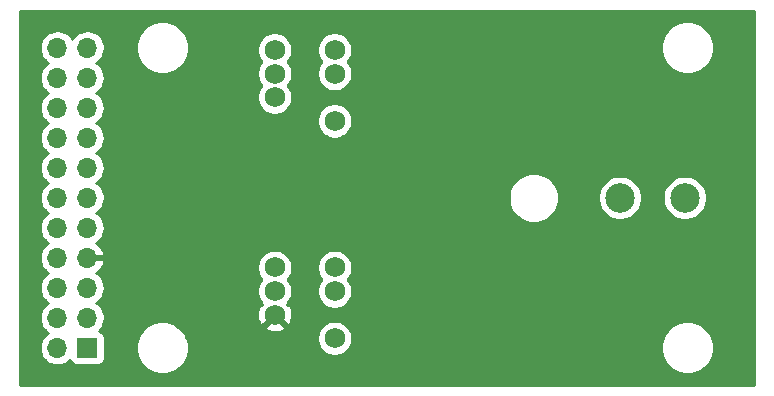
<source format=gbr>
G04 #@! TF.GenerationSoftware,KiCad,Pcbnew,(5.1.2)-1*
G04 #@! TF.CreationDate,2019-11-05T15:10:58-06:00*
G04 #@! TF.ProjectId,power_supply_board,706f7765-725f-4737-9570-706c795f626f,rev?*
G04 #@! TF.SameCoordinates,Original*
G04 #@! TF.FileFunction,Copper,L3,Inr*
G04 #@! TF.FilePolarity,Positive*
%FSLAX46Y46*%
G04 Gerber Fmt 4.6, Leading zero omitted, Abs format (unit mm)*
G04 Created by KiCad (PCBNEW (5.1.2)-1) date 2019-11-05 15:10:58*
%MOMM*%
%LPD*%
G04 APERTURE LIST*
%ADD10O,1.700000X1.700000*%
%ADD11R,1.700000X1.700000*%
%ADD12C,2.500000*%
%ADD13C,1.730000*%
%ADD14C,0.254000*%
G04 APERTURE END LIST*
D10*
X128270000Y-102870000D03*
X130810000Y-102870000D03*
X128270000Y-105410000D03*
X130810000Y-105410000D03*
X128270000Y-107950000D03*
X130810000Y-107950000D03*
X128270000Y-110490000D03*
X130810000Y-110490000D03*
X128270000Y-113030000D03*
X130810000Y-113030000D03*
X128270000Y-115570000D03*
X130810000Y-115570000D03*
X128270000Y-118110000D03*
X130810000Y-118110000D03*
X128270000Y-120650000D03*
X130810000Y-120650000D03*
X128270000Y-123190000D03*
X130810000Y-123190000D03*
X128270000Y-125730000D03*
X130810000Y-125730000D03*
X128270000Y-128270000D03*
D11*
X130810000Y-128270000D03*
D12*
X175920000Y-115570000D03*
X181420000Y-115570000D03*
D13*
X151760000Y-121460000D03*
X151760000Y-123460000D03*
X151760000Y-127460000D03*
X146690000Y-125460000D03*
X146690000Y-121460000D03*
X146690000Y-123460000D03*
X146690000Y-105045000D03*
X146690000Y-103045000D03*
X146690000Y-107045000D03*
X151760000Y-109045000D03*
X151760000Y-105045000D03*
X151760000Y-103045000D03*
D14*
G36*
X187300000Y-131420000D02*
G01*
X125120000Y-131420000D01*
X125120000Y-102870000D01*
X126777815Y-102870000D01*
X126806487Y-103161111D01*
X126891401Y-103441034D01*
X127029294Y-103699014D01*
X127214866Y-103925134D01*
X127440986Y-104110706D01*
X127495791Y-104140000D01*
X127440986Y-104169294D01*
X127214866Y-104354866D01*
X127029294Y-104580986D01*
X126891401Y-104838966D01*
X126806487Y-105118889D01*
X126777815Y-105410000D01*
X126806487Y-105701111D01*
X126891401Y-105981034D01*
X127029294Y-106239014D01*
X127214866Y-106465134D01*
X127440986Y-106650706D01*
X127495791Y-106680000D01*
X127440986Y-106709294D01*
X127214866Y-106894866D01*
X127029294Y-107120986D01*
X126891401Y-107378966D01*
X126806487Y-107658889D01*
X126777815Y-107950000D01*
X126806487Y-108241111D01*
X126891401Y-108521034D01*
X127029294Y-108779014D01*
X127214866Y-109005134D01*
X127440986Y-109190706D01*
X127495791Y-109220000D01*
X127440986Y-109249294D01*
X127214866Y-109434866D01*
X127029294Y-109660986D01*
X126891401Y-109918966D01*
X126806487Y-110198889D01*
X126777815Y-110490000D01*
X126806487Y-110781111D01*
X126891401Y-111061034D01*
X127029294Y-111319014D01*
X127214866Y-111545134D01*
X127440986Y-111730706D01*
X127495791Y-111760000D01*
X127440986Y-111789294D01*
X127214866Y-111974866D01*
X127029294Y-112200986D01*
X126891401Y-112458966D01*
X126806487Y-112738889D01*
X126777815Y-113030000D01*
X126806487Y-113321111D01*
X126891401Y-113601034D01*
X127029294Y-113859014D01*
X127214866Y-114085134D01*
X127440986Y-114270706D01*
X127495791Y-114300000D01*
X127440986Y-114329294D01*
X127214866Y-114514866D01*
X127029294Y-114740986D01*
X126891401Y-114998966D01*
X126806487Y-115278889D01*
X126777815Y-115570000D01*
X126806487Y-115861111D01*
X126891401Y-116141034D01*
X127029294Y-116399014D01*
X127214866Y-116625134D01*
X127440986Y-116810706D01*
X127495791Y-116840000D01*
X127440986Y-116869294D01*
X127214866Y-117054866D01*
X127029294Y-117280986D01*
X126891401Y-117538966D01*
X126806487Y-117818889D01*
X126777815Y-118110000D01*
X126806487Y-118401111D01*
X126891401Y-118681034D01*
X127029294Y-118939014D01*
X127214866Y-119165134D01*
X127440986Y-119350706D01*
X127495791Y-119380000D01*
X127440986Y-119409294D01*
X127214866Y-119594866D01*
X127029294Y-119820986D01*
X126891401Y-120078966D01*
X126806487Y-120358889D01*
X126777815Y-120650000D01*
X126806487Y-120941111D01*
X126891401Y-121221034D01*
X127029294Y-121479014D01*
X127214866Y-121705134D01*
X127440986Y-121890706D01*
X127495791Y-121920000D01*
X127440986Y-121949294D01*
X127214866Y-122134866D01*
X127029294Y-122360986D01*
X126891401Y-122618966D01*
X126806487Y-122898889D01*
X126777815Y-123190000D01*
X126806487Y-123481111D01*
X126891401Y-123761034D01*
X127029294Y-124019014D01*
X127214866Y-124245134D01*
X127440986Y-124430706D01*
X127495791Y-124460000D01*
X127440986Y-124489294D01*
X127214866Y-124674866D01*
X127029294Y-124900986D01*
X126891401Y-125158966D01*
X126806487Y-125438889D01*
X126777815Y-125730000D01*
X126806487Y-126021111D01*
X126891401Y-126301034D01*
X127029294Y-126559014D01*
X127214866Y-126785134D01*
X127440986Y-126970706D01*
X127495791Y-127000000D01*
X127440986Y-127029294D01*
X127214866Y-127214866D01*
X127029294Y-127440986D01*
X126891401Y-127698966D01*
X126806487Y-127978889D01*
X126777815Y-128270000D01*
X126806487Y-128561111D01*
X126891401Y-128841034D01*
X127029294Y-129099014D01*
X127214866Y-129325134D01*
X127440986Y-129510706D01*
X127698966Y-129648599D01*
X127978889Y-129733513D01*
X128197050Y-129755000D01*
X128342950Y-129755000D01*
X128561111Y-129733513D01*
X128841034Y-129648599D01*
X129099014Y-129510706D01*
X129325134Y-129325134D01*
X129349607Y-129295313D01*
X129370498Y-129364180D01*
X129429463Y-129474494D01*
X129508815Y-129571185D01*
X129605506Y-129650537D01*
X129715820Y-129709502D01*
X129835518Y-129745812D01*
X129960000Y-129758072D01*
X131660000Y-129758072D01*
X131784482Y-129745812D01*
X131904180Y-129709502D01*
X132014494Y-129650537D01*
X132111185Y-129571185D01*
X132190537Y-129474494D01*
X132249502Y-129364180D01*
X132285812Y-129244482D01*
X132298072Y-129120000D01*
X132298072Y-128049872D01*
X134925000Y-128049872D01*
X134925000Y-128490128D01*
X135010890Y-128921925D01*
X135179369Y-129328669D01*
X135423962Y-129694729D01*
X135735271Y-130006038D01*
X136101331Y-130250631D01*
X136508075Y-130419110D01*
X136939872Y-130505000D01*
X137380128Y-130505000D01*
X137811925Y-130419110D01*
X138218669Y-130250631D01*
X138584729Y-130006038D01*
X138896038Y-129694729D01*
X139140631Y-129328669D01*
X139309110Y-128921925D01*
X139395000Y-128490128D01*
X139395000Y-128049872D01*
X139309110Y-127618075D01*
X139182439Y-127312263D01*
X150260000Y-127312263D01*
X150260000Y-127607737D01*
X150317644Y-127897534D01*
X150430717Y-128170517D01*
X150594874Y-128416194D01*
X150803806Y-128625126D01*
X151049483Y-128789283D01*
X151322466Y-128902356D01*
X151612263Y-128960000D01*
X151907737Y-128960000D01*
X152197534Y-128902356D01*
X152470517Y-128789283D01*
X152716194Y-128625126D01*
X152925126Y-128416194D01*
X153089283Y-128170517D01*
X153139255Y-128049872D01*
X179375000Y-128049872D01*
X179375000Y-128490128D01*
X179460890Y-128921925D01*
X179629369Y-129328669D01*
X179873962Y-129694729D01*
X180185271Y-130006038D01*
X180551331Y-130250631D01*
X180958075Y-130419110D01*
X181389872Y-130505000D01*
X181830128Y-130505000D01*
X182261925Y-130419110D01*
X182668669Y-130250631D01*
X183034729Y-130006038D01*
X183346038Y-129694729D01*
X183590631Y-129328669D01*
X183759110Y-128921925D01*
X183845000Y-128490128D01*
X183845000Y-128049872D01*
X183759110Y-127618075D01*
X183590631Y-127211331D01*
X183346038Y-126845271D01*
X183034729Y-126533962D01*
X182668669Y-126289369D01*
X182261925Y-126120890D01*
X181830128Y-126035000D01*
X181389872Y-126035000D01*
X180958075Y-126120890D01*
X180551331Y-126289369D01*
X180185271Y-126533962D01*
X179873962Y-126845271D01*
X179629369Y-127211331D01*
X179460890Y-127618075D01*
X179375000Y-128049872D01*
X153139255Y-128049872D01*
X153202356Y-127897534D01*
X153260000Y-127607737D01*
X153260000Y-127312263D01*
X153202356Y-127022466D01*
X153089283Y-126749483D01*
X152925126Y-126503806D01*
X152716194Y-126294874D01*
X152470517Y-126130717D01*
X152197534Y-126017644D01*
X151907737Y-125960000D01*
X151612263Y-125960000D01*
X151322466Y-126017644D01*
X151049483Y-126130717D01*
X150803806Y-126294874D01*
X150594874Y-126503806D01*
X150430717Y-126749483D01*
X150317644Y-127022466D01*
X150260000Y-127312263D01*
X139182439Y-127312263D01*
X139140631Y-127211331D01*
X138896038Y-126845271D01*
X138584729Y-126533962D01*
X138532559Y-126499103D01*
X145830502Y-126499103D01*
X145909952Y-126749710D01*
X146176550Y-126877108D01*
X146462880Y-126950048D01*
X146757938Y-126965727D01*
X147050385Y-126923540D01*
X147328983Y-126825111D01*
X147470048Y-126749710D01*
X147549498Y-126499103D01*
X146690000Y-125639605D01*
X145830502Y-126499103D01*
X138532559Y-126499103D01*
X138218669Y-126289369D01*
X137811925Y-126120890D01*
X137380128Y-126035000D01*
X136939872Y-126035000D01*
X136508075Y-126120890D01*
X136101331Y-126289369D01*
X135735271Y-126533962D01*
X135423962Y-126845271D01*
X135179369Y-127211331D01*
X135010890Y-127618075D01*
X134925000Y-128049872D01*
X132298072Y-128049872D01*
X132298072Y-127420000D01*
X132285812Y-127295518D01*
X132249502Y-127175820D01*
X132190537Y-127065506D01*
X132111185Y-126968815D01*
X132014494Y-126889463D01*
X131904180Y-126830498D01*
X131835313Y-126809607D01*
X131865134Y-126785134D01*
X132050706Y-126559014D01*
X132188599Y-126301034D01*
X132273513Y-126021111D01*
X132302185Y-125730000D01*
X132282284Y-125527938D01*
X145184273Y-125527938D01*
X145226460Y-125820385D01*
X145324889Y-126098983D01*
X145400290Y-126240048D01*
X145650897Y-126319498D01*
X146510395Y-125460000D01*
X146496253Y-125445858D01*
X146675858Y-125266253D01*
X146690000Y-125280395D01*
X146704143Y-125266253D01*
X146883748Y-125445858D01*
X146869605Y-125460000D01*
X147729103Y-126319498D01*
X147979710Y-126240048D01*
X148107108Y-125973450D01*
X148180048Y-125687120D01*
X148195727Y-125392062D01*
X148153540Y-125099615D01*
X148055111Y-124821017D01*
X147979710Y-124679952D01*
X147729105Y-124600503D01*
X147845161Y-124484446D01*
X147816018Y-124455303D01*
X147855126Y-124416194D01*
X148019283Y-124170517D01*
X148132356Y-123897534D01*
X148190000Y-123607737D01*
X148190000Y-123312263D01*
X148132356Y-123022466D01*
X148019283Y-122749483D01*
X147855126Y-122503806D01*
X147811320Y-122460000D01*
X147855126Y-122416194D01*
X148019283Y-122170517D01*
X148132356Y-121897534D01*
X148190000Y-121607737D01*
X148190000Y-121312263D01*
X150260000Y-121312263D01*
X150260000Y-121607737D01*
X150317644Y-121897534D01*
X150430717Y-122170517D01*
X150594874Y-122416194D01*
X150638680Y-122460000D01*
X150594874Y-122503806D01*
X150430717Y-122749483D01*
X150317644Y-123022466D01*
X150260000Y-123312263D01*
X150260000Y-123607737D01*
X150317644Y-123897534D01*
X150430717Y-124170517D01*
X150594874Y-124416194D01*
X150803806Y-124625126D01*
X151049483Y-124789283D01*
X151322466Y-124902356D01*
X151612263Y-124960000D01*
X151907737Y-124960000D01*
X152197534Y-124902356D01*
X152470517Y-124789283D01*
X152716194Y-124625126D01*
X152925126Y-124416194D01*
X153089283Y-124170517D01*
X153202356Y-123897534D01*
X153260000Y-123607737D01*
X153260000Y-123312263D01*
X153202356Y-123022466D01*
X153089283Y-122749483D01*
X152925126Y-122503806D01*
X152881320Y-122460000D01*
X152925126Y-122416194D01*
X153089283Y-122170517D01*
X153202356Y-121897534D01*
X153260000Y-121607737D01*
X153260000Y-121312263D01*
X153202356Y-121022466D01*
X153089283Y-120749483D01*
X152925126Y-120503806D01*
X152716194Y-120294874D01*
X152470517Y-120130717D01*
X152197534Y-120017644D01*
X151907737Y-119960000D01*
X151612263Y-119960000D01*
X151322466Y-120017644D01*
X151049483Y-120130717D01*
X150803806Y-120294874D01*
X150594874Y-120503806D01*
X150430717Y-120749483D01*
X150317644Y-121022466D01*
X150260000Y-121312263D01*
X148190000Y-121312263D01*
X148132356Y-121022466D01*
X148019283Y-120749483D01*
X147855126Y-120503806D01*
X147646194Y-120294874D01*
X147400517Y-120130717D01*
X147127534Y-120017644D01*
X146837737Y-119960000D01*
X146542263Y-119960000D01*
X146252466Y-120017644D01*
X145979483Y-120130717D01*
X145733806Y-120294874D01*
X145524874Y-120503806D01*
X145360717Y-120749483D01*
X145247644Y-121022466D01*
X145190000Y-121312263D01*
X145190000Y-121607737D01*
X145247644Y-121897534D01*
X145360717Y-122170517D01*
X145524874Y-122416194D01*
X145568680Y-122460000D01*
X145524874Y-122503806D01*
X145360717Y-122749483D01*
X145247644Y-123022466D01*
X145190000Y-123312263D01*
X145190000Y-123607737D01*
X145247644Y-123897534D01*
X145360717Y-124170517D01*
X145524874Y-124416194D01*
X145563983Y-124455303D01*
X145534839Y-124484446D01*
X145650895Y-124600503D01*
X145400290Y-124679952D01*
X145272892Y-124946550D01*
X145199952Y-125232880D01*
X145184273Y-125527938D01*
X132282284Y-125527938D01*
X132273513Y-125438889D01*
X132188599Y-125158966D01*
X132050706Y-124900986D01*
X131865134Y-124674866D01*
X131639014Y-124489294D01*
X131584209Y-124460000D01*
X131639014Y-124430706D01*
X131865134Y-124245134D01*
X132050706Y-124019014D01*
X132188599Y-123761034D01*
X132273513Y-123481111D01*
X132302185Y-123190000D01*
X132273513Y-122898889D01*
X132188599Y-122618966D01*
X132050706Y-122360986D01*
X131865134Y-122134866D01*
X131639014Y-121949294D01*
X131574477Y-121914799D01*
X131691355Y-121845178D01*
X131907588Y-121650269D01*
X132081641Y-121416920D01*
X132206825Y-121154099D01*
X132251476Y-121006890D01*
X132130155Y-120777000D01*
X130937000Y-120777000D01*
X130937000Y-120797000D01*
X130683000Y-120797000D01*
X130683000Y-120777000D01*
X130663000Y-120777000D01*
X130663000Y-120523000D01*
X130683000Y-120523000D01*
X130683000Y-120503000D01*
X130937000Y-120503000D01*
X130937000Y-120523000D01*
X132130155Y-120523000D01*
X132251476Y-120293110D01*
X132206825Y-120145901D01*
X132081641Y-119883080D01*
X131907588Y-119649731D01*
X131691355Y-119454822D01*
X131574477Y-119385201D01*
X131639014Y-119350706D01*
X131865134Y-119165134D01*
X132050706Y-118939014D01*
X132188599Y-118681034D01*
X132273513Y-118401111D01*
X132302185Y-118110000D01*
X132273513Y-117818889D01*
X132188599Y-117538966D01*
X132050706Y-117280986D01*
X131865134Y-117054866D01*
X131639014Y-116869294D01*
X131584209Y-116840000D01*
X131639014Y-116810706D01*
X131865134Y-116625134D01*
X132050706Y-116399014D01*
X132188599Y-116141034D01*
X132273513Y-115861111D01*
X132302185Y-115570000D01*
X132281475Y-115359721D01*
X166485000Y-115359721D01*
X166485000Y-115780279D01*
X166567047Y-116192756D01*
X166727988Y-116581302D01*
X166961637Y-116930983D01*
X167259017Y-117228363D01*
X167608698Y-117462012D01*
X167997244Y-117622953D01*
X168409721Y-117705000D01*
X168830279Y-117705000D01*
X169242756Y-117622953D01*
X169631302Y-117462012D01*
X169980983Y-117228363D01*
X170278363Y-116930983D01*
X170512012Y-116581302D01*
X170672953Y-116192756D01*
X170755000Y-115780279D01*
X170755000Y-115384344D01*
X174035000Y-115384344D01*
X174035000Y-115755656D01*
X174107439Y-116119834D01*
X174249534Y-116462882D01*
X174455825Y-116771618D01*
X174718382Y-117034175D01*
X175027118Y-117240466D01*
X175370166Y-117382561D01*
X175734344Y-117455000D01*
X176105656Y-117455000D01*
X176469834Y-117382561D01*
X176812882Y-117240466D01*
X177121618Y-117034175D01*
X177384175Y-116771618D01*
X177590466Y-116462882D01*
X177732561Y-116119834D01*
X177805000Y-115755656D01*
X177805000Y-115384344D01*
X179535000Y-115384344D01*
X179535000Y-115755656D01*
X179607439Y-116119834D01*
X179749534Y-116462882D01*
X179955825Y-116771618D01*
X180218382Y-117034175D01*
X180527118Y-117240466D01*
X180870166Y-117382561D01*
X181234344Y-117455000D01*
X181605656Y-117455000D01*
X181969834Y-117382561D01*
X182312882Y-117240466D01*
X182621618Y-117034175D01*
X182884175Y-116771618D01*
X183090466Y-116462882D01*
X183232561Y-116119834D01*
X183305000Y-115755656D01*
X183305000Y-115384344D01*
X183232561Y-115020166D01*
X183090466Y-114677118D01*
X182884175Y-114368382D01*
X182621618Y-114105825D01*
X182312882Y-113899534D01*
X181969834Y-113757439D01*
X181605656Y-113685000D01*
X181234344Y-113685000D01*
X180870166Y-113757439D01*
X180527118Y-113899534D01*
X180218382Y-114105825D01*
X179955825Y-114368382D01*
X179749534Y-114677118D01*
X179607439Y-115020166D01*
X179535000Y-115384344D01*
X177805000Y-115384344D01*
X177732561Y-115020166D01*
X177590466Y-114677118D01*
X177384175Y-114368382D01*
X177121618Y-114105825D01*
X176812882Y-113899534D01*
X176469834Y-113757439D01*
X176105656Y-113685000D01*
X175734344Y-113685000D01*
X175370166Y-113757439D01*
X175027118Y-113899534D01*
X174718382Y-114105825D01*
X174455825Y-114368382D01*
X174249534Y-114677118D01*
X174107439Y-115020166D01*
X174035000Y-115384344D01*
X170755000Y-115384344D01*
X170755000Y-115359721D01*
X170672953Y-114947244D01*
X170512012Y-114558698D01*
X170278363Y-114209017D01*
X169980983Y-113911637D01*
X169631302Y-113677988D01*
X169242756Y-113517047D01*
X168830279Y-113435000D01*
X168409721Y-113435000D01*
X167997244Y-113517047D01*
X167608698Y-113677988D01*
X167259017Y-113911637D01*
X166961637Y-114209017D01*
X166727988Y-114558698D01*
X166567047Y-114947244D01*
X166485000Y-115359721D01*
X132281475Y-115359721D01*
X132273513Y-115278889D01*
X132188599Y-114998966D01*
X132050706Y-114740986D01*
X131865134Y-114514866D01*
X131639014Y-114329294D01*
X131584209Y-114300000D01*
X131639014Y-114270706D01*
X131865134Y-114085134D01*
X132050706Y-113859014D01*
X132188599Y-113601034D01*
X132273513Y-113321111D01*
X132302185Y-113030000D01*
X132273513Y-112738889D01*
X132188599Y-112458966D01*
X132050706Y-112200986D01*
X131865134Y-111974866D01*
X131639014Y-111789294D01*
X131584209Y-111760000D01*
X131639014Y-111730706D01*
X131865134Y-111545134D01*
X132050706Y-111319014D01*
X132188599Y-111061034D01*
X132273513Y-110781111D01*
X132302185Y-110490000D01*
X132273513Y-110198889D01*
X132188599Y-109918966D01*
X132050706Y-109660986D01*
X131865134Y-109434866D01*
X131639014Y-109249294D01*
X131584209Y-109220000D01*
X131639014Y-109190706D01*
X131865134Y-109005134D01*
X131953661Y-108897263D01*
X150260000Y-108897263D01*
X150260000Y-109192737D01*
X150317644Y-109482534D01*
X150430717Y-109755517D01*
X150594874Y-110001194D01*
X150803806Y-110210126D01*
X151049483Y-110374283D01*
X151322466Y-110487356D01*
X151612263Y-110545000D01*
X151907737Y-110545000D01*
X152197534Y-110487356D01*
X152470517Y-110374283D01*
X152716194Y-110210126D01*
X152925126Y-110001194D01*
X153089283Y-109755517D01*
X153202356Y-109482534D01*
X153260000Y-109192737D01*
X153260000Y-108897263D01*
X153202356Y-108607466D01*
X153089283Y-108334483D01*
X152925126Y-108088806D01*
X152716194Y-107879874D01*
X152470517Y-107715717D01*
X152197534Y-107602644D01*
X151907737Y-107545000D01*
X151612263Y-107545000D01*
X151322466Y-107602644D01*
X151049483Y-107715717D01*
X150803806Y-107879874D01*
X150594874Y-108088806D01*
X150430717Y-108334483D01*
X150317644Y-108607466D01*
X150260000Y-108897263D01*
X131953661Y-108897263D01*
X132050706Y-108779014D01*
X132188599Y-108521034D01*
X132273513Y-108241111D01*
X132302185Y-107950000D01*
X132273513Y-107658889D01*
X132188599Y-107378966D01*
X132050706Y-107120986D01*
X131865134Y-106894866D01*
X131639014Y-106709294D01*
X131584209Y-106680000D01*
X131639014Y-106650706D01*
X131865134Y-106465134D01*
X132050706Y-106239014D01*
X132188599Y-105981034D01*
X132273513Y-105701111D01*
X132302185Y-105410000D01*
X132273513Y-105118889D01*
X132188599Y-104838966D01*
X132050706Y-104580986D01*
X131865134Y-104354866D01*
X131639014Y-104169294D01*
X131584209Y-104140000D01*
X131639014Y-104110706D01*
X131865134Y-103925134D01*
X132050706Y-103699014D01*
X132188599Y-103441034D01*
X132273513Y-103161111D01*
X132302185Y-102870000D01*
X132280505Y-102649872D01*
X134925000Y-102649872D01*
X134925000Y-103090128D01*
X135010890Y-103521925D01*
X135179369Y-103928669D01*
X135423962Y-104294729D01*
X135735271Y-104606038D01*
X136101331Y-104850631D01*
X136508075Y-105019110D01*
X136939872Y-105105000D01*
X137380128Y-105105000D01*
X137811925Y-105019110D01*
X138218669Y-104850631D01*
X138584729Y-104606038D01*
X138896038Y-104294729D01*
X139140631Y-103928669D01*
X139309110Y-103521925D01*
X139395000Y-103090128D01*
X139395000Y-102897263D01*
X145190000Y-102897263D01*
X145190000Y-103192737D01*
X145247644Y-103482534D01*
X145360717Y-103755517D01*
X145524874Y-104001194D01*
X145568680Y-104045000D01*
X145524874Y-104088806D01*
X145360717Y-104334483D01*
X145247644Y-104607466D01*
X145190000Y-104897263D01*
X145190000Y-105192737D01*
X145247644Y-105482534D01*
X145360717Y-105755517D01*
X145524874Y-106001194D01*
X145568680Y-106045000D01*
X145524874Y-106088806D01*
X145360717Y-106334483D01*
X145247644Y-106607466D01*
X145190000Y-106897263D01*
X145190000Y-107192737D01*
X145247644Y-107482534D01*
X145360717Y-107755517D01*
X145524874Y-108001194D01*
X145733806Y-108210126D01*
X145979483Y-108374283D01*
X146252466Y-108487356D01*
X146542263Y-108545000D01*
X146837737Y-108545000D01*
X147127534Y-108487356D01*
X147400517Y-108374283D01*
X147646194Y-108210126D01*
X147855126Y-108001194D01*
X148019283Y-107755517D01*
X148132356Y-107482534D01*
X148190000Y-107192737D01*
X148190000Y-106897263D01*
X148132356Y-106607466D01*
X148019283Y-106334483D01*
X147855126Y-106088806D01*
X147811320Y-106045000D01*
X147855126Y-106001194D01*
X148019283Y-105755517D01*
X148132356Y-105482534D01*
X148190000Y-105192737D01*
X148190000Y-104897263D01*
X148132356Y-104607466D01*
X148019283Y-104334483D01*
X147855126Y-104088806D01*
X147811320Y-104045000D01*
X147855126Y-104001194D01*
X148019283Y-103755517D01*
X148132356Y-103482534D01*
X148190000Y-103192737D01*
X148190000Y-102897263D01*
X150260000Y-102897263D01*
X150260000Y-103192737D01*
X150317644Y-103482534D01*
X150430717Y-103755517D01*
X150594874Y-104001194D01*
X150638680Y-104045000D01*
X150594874Y-104088806D01*
X150430717Y-104334483D01*
X150317644Y-104607466D01*
X150260000Y-104897263D01*
X150260000Y-105192737D01*
X150317644Y-105482534D01*
X150430717Y-105755517D01*
X150594874Y-106001194D01*
X150803806Y-106210126D01*
X151049483Y-106374283D01*
X151322466Y-106487356D01*
X151612263Y-106545000D01*
X151907737Y-106545000D01*
X152197534Y-106487356D01*
X152470517Y-106374283D01*
X152716194Y-106210126D01*
X152925126Y-106001194D01*
X153089283Y-105755517D01*
X153202356Y-105482534D01*
X153260000Y-105192737D01*
X153260000Y-104897263D01*
X153202356Y-104607466D01*
X153089283Y-104334483D01*
X152925126Y-104088806D01*
X152881320Y-104045000D01*
X152925126Y-104001194D01*
X153089283Y-103755517D01*
X153202356Y-103482534D01*
X153260000Y-103192737D01*
X153260000Y-102897263D01*
X153210792Y-102649872D01*
X179375000Y-102649872D01*
X179375000Y-103090128D01*
X179460890Y-103521925D01*
X179629369Y-103928669D01*
X179873962Y-104294729D01*
X180185271Y-104606038D01*
X180551331Y-104850631D01*
X180958075Y-105019110D01*
X181389872Y-105105000D01*
X181830128Y-105105000D01*
X182261925Y-105019110D01*
X182668669Y-104850631D01*
X183034729Y-104606038D01*
X183346038Y-104294729D01*
X183590631Y-103928669D01*
X183759110Y-103521925D01*
X183845000Y-103090128D01*
X183845000Y-102649872D01*
X183759110Y-102218075D01*
X183590631Y-101811331D01*
X183346038Y-101445271D01*
X183034729Y-101133962D01*
X182668669Y-100889369D01*
X182261925Y-100720890D01*
X181830128Y-100635000D01*
X181389872Y-100635000D01*
X180958075Y-100720890D01*
X180551331Y-100889369D01*
X180185271Y-101133962D01*
X179873962Y-101445271D01*
X179629369Y-101811331D01*
X179460890Y-102218075D01*
X179375000Y-102649872D01*
X153210792Y-102649872D01*
X153202356Y-102607466D01*
X153089283Y-102334483D01*
X152925126Y-102088806D01*
X152716194Y-101879874D01*
X152470517Y-101715717D01*
X152197534Y-101602644D01*
X151907737Y-101545000D01*
X151612263Y-101545000D01*
X151322466Y-101602644D01*
X151049483Y-101715717D01*
X150803806Y-101879874D01*
X150594874Y-102088806D01*
X150430717Y-102334483D01*
X150317644Y-102607466D01*
X150260000Y-102897263D01*
X148190000Y-102897263D01*
X148132356Y-102607466D01*
X148019283Y-102334483D01*
X147855126Y-102088806D01*
X147646194Y-101879874D01*
X147400517Y-101715717D01*
X147127534Y-101602644D01*
X146837737Y-101545000D01*
X146542263Y-101545000D01*
X146252466Y-101602644D01*
X145979483Y-101715717D01*
X145733806Y-101879874D01*
X145524874Y-102088806D01*
X145360717Y-102334483D01*
X145247644Y-102607466D01*
X145190000Y-102897263D01*
X139395000Y-102897263D01*
X139395000Y-102649872D01*
X139309110Y-102218075D01*
X139140631Y-101811331D01*
X138896038Y-101445271D01*
X138584729Y-101133962D01*
X138218669Y-100889369D01*
X137811925Y-100720890D01*
X137380128Y-100635000D01*
X136939872Y-100635000D01*
X136508075Y-100720890D01*
X136101331Y-100889369D01*
X135735271Y-101133962D01*
X135423962Y-101445271D01*
X135179369Y-101811331D01*
X135010890Y-102218075D01*
X134925000Y-102649872D01*
X132280505Y-102649872D01*
X132273513Y-102578889D01*
X132188599Y-102298966D01*
X132050706Y-102040986D01*
X131865134Y-101814866D01*
X131639014Y-101629294D01*
X131381034Y-101491401D01*
X131101111Y-101406487D01*
X130882950Y-101385000D01*
X130737050Y-101385000D01*
X130518889Y-101406487D01*
X130238966Y-101491401D01*
X129980986Y-101629294D01*
X129754866Y-101814866D01*
X129569294Y-102040986D01*
X129540000Y-102095791D01*
X129510706Y-102040986D01*
X129325134Y-101814866D01*
X129099014Y-101629294D01*
X128841034Y-101491401D01*
X128561111Y-101406487D01*
X128342950Y-101385000D01*
X128197050Y-101385000D01*
X127978889Y-101406487D01*
X127698966Y-101491401D01*
X127440986Y-101629294D01*
X127214866Y-101814866D01*
X127029294Y-102040986D01*
X126891401Y-102298966D01*
X126806487Y-102578889D01*
X126777815Y-102870000D01*
X125120000Y-102870000D01*
X125120000Y-99720000D01*
X187300001Y-99720000D01*
X187300000Y-131420000D01*
X187300000Y-131420000D01*
G37*
X187300000Y-131420000D02*
X125120000Y-131420000D01*
X125120000Y-102870000D01*
X126777815Y-102870000D01*
X126806487Y-103161111D01*
X126891401Y-103441034D01*
X127029294Y-103699014D01*
X127214866Y-103925134D01*
X127440986Y-104110706D01*
X127495791Y-104140000D01*
X127440986Y-104169294D01*
X127214866Y-104354866D01*
X127029294Y-104580986D01*
X126891401Y-104838966D01*
X126806487Y-105118889D01*
X126777815Y-105410000D01*
X126806487Y-105701111D01*
X126891401Y-105981034D01*
X127029294Y-106239014D01*
X127214866Y-106465134D01*
X127440986Y-106650706D01*
X127495791Y-106680000D01*
X127440986Y-106709294D01*
X127214866Y-106894866D01*
X127029294Y-107120986D01*
X126891401Y-107378966D01*
X126806487Y-107658889D01*
X126777815Y-107950000D01*
X126806487Y-108241111D01*
X126891401Y-108521034D01*
X127029294Y-108779014D01*
X127214866Y-109005134D01*
X127440986Y-109190706D01*
X127495791Y-109220000D01*
X127440986Y-109249294D01*
X127214866Y-109434866D01*
X127029294Y-109660986D01*
X126891401Y-109918966D01*
X126806487Y-110198889D01*
X126777815Y-110490000D01*
X126806487Y-110781111D01*
X126891401Y-111061034D01*
X127029294Y-111319014D01*
X127214866Y-111545134D01*
X127440986Y-111730706D01*
X127495791Y-111760000D01*
X127440986Y-111789294D01*
X127214866Y-111974866D01*
X127029294Y-112200986D01*
X126891401Y-112458966D01*
X126806487Y-112738889D01*
X126777815Y-113030000D01*
X126806487Y-113321111D01*
X126891401Y-113601034D01*
X127029294Y-113859014D01*
X127214866Y-114085134D01*
X127440986Y-114270706D01*
X127495791Y-114300000D01*
X127440986Y-114329294D01*
X127214866Y-114514866D01*
X127029294Y-114740986D01*
X126891401Y-114998966D01*
X126806487Y-115278889D01*
X126777815Y-115570000D01*
X126806487Y-115861111D01*
X126891401Y-116141034D01*
X127029294Y-116399014D01*
X127214866Y-116625134D01*
X127440986Y-116810706D01*
X127495791Y-116840000D01*
X127440986Y-116869294D01*
X127214866Y-117054866D01*
X127029294Y-117280986D01*
X126891401Y-117538966D01*
X126806487Y-117818889D01*
X126777815Y-118110000D01*
X126806487Y-118401111D01*
X126891401Y-118681034D01*
X127029294Y-118939014D01*
X127214866Y-119165134D01*
X127440986Y-119350706D01*
X127495791Y-119380000D01*
X127440986Y-119409294D01*
X127214866Y-119594866D01*
X127029294Y-119820986D01*
X126891401Y-120078966D01*
X126806487Y-120358889D01*
X126777815Y-120650000D01*
X126806487Y-120941111D01*
X126891401Y-121221034D01*
X127029294Y-121479014D01*
X127214866Y-121705134D01*
X127440986Y-121890706D01*
X127495791Y-121920000D01*
X127440986Y-121949294D01*
X127214866Y-122134866D01*
X127029294Y-122360986D01*
X126891401Y-122618966D01*
X126806487Y-122898889D01*
X126777815Y-123190000D01*
X126806487Y-123481111D01*
X126891401Y-123761034D01*
X127029294Y-124019014D01*
X127214866Y-124245134D01*
X127440986Y-124430706D01*
X127495791Y-124460000D01*
X127440986Y-124489294D01*
X127214866Y-124674866D01*
X127029294Y-124900986D01*
X126891401Y-125158966D01*
X126806487Y-125438889D01*
X126777815Y-125730000D01*
X126806487Y-126021111D01*
X126891401Y-126301034D01*
X127029294Y-126559014D01*
X127214866Y-126785134D01*
X127440986Y-126970706D01*
X127495791Y-127000000D01*
X127440986Y-127029294D01*
X127214866Y-127214866D01*
X127029294Y-127440986D01*
X126891401Y-127698966D01*
X126806487Y-127978889D01*
X126777815Y-128270000D01*
X126806487Y-128561111D01*
X126891401Y-128841034D01*
X127029294Y-129099014D01*
X127214866Y-129325134D01*
X127440986Y-129510706D01*
X127698966Y-129648599D01*
X127978889Y-129733513D01*
X128197050Y-129755000D01*
X128342950Y-129755000D01*
X128561111Y-129733513D01*
X128841034Y-129648599D01*
X129099014Y-129510706D01*
X129325134Y-129325134D01*
X129349607Y-129295313D01*
X129370498Y-129364180D01*
X129429463Y-129474494D01*
X129508815Y-129571185D01*
X129605506Y-129650537D01*
X129715820Y-129709502D01*
X129835518Y-129745812D01*
X129960000Y-129758072D01*
X131660000Y-129758072D01*
X131784482Y-129745812D01*
X131904180Y-129709502D01*
X132014494Y-129650537D01*
X132111185Y-129571185D01*
X132190537Y-129474494D01*
X132249502Y-129364180D01*
X132285812Y-129244482D01*
X132298072Y-129120000D01*
X132298072Y-128049872D01*
X134925000Y-128049872D01*
X134925000Y-128490128D01*
X135010890Y-128921925D01*
X135179369Y-129328669D01*
X135423962Y-129694729D01*
X135735271Y-130006038D01*
X136101331Y-130250631D01*
X136508075Y-130419110D01*
X136939872Y-130505000D01*
X137380128Y-130505000D01*
X137811925Y-130419110D01*
X138218669Y-130250631D01*
X138584729Y-130006038D01*
X138896038Y-129694729D01*
X139140631Y-129328669D01*
X139309110Y-128921925D01*
X139395000Y-128490128D01*
X139395000Y-128049872D01*
X139309110Y-127618075D01*
X139182439Y-127312263D01*
X150260000Y-127312263D01*
X150260000Y-127607737D01*
X150317644Y-127897534D01*
X150430717Y-128170517D01*
X150594874Y-128416194D01*
X150803806Y-128625126D01*
X151049483Y-128789283D01*
X151322466Y-128902356D01*
X151612263Y-128960000D01*
X151907737Y-128960000D01*
X152197534Y-128902356D01*
X152470517Y-128789283D01*
X152716194Y-128625126D01*
X152925126Y-128416194D01*
X153089283Y-128170517D01*
X153139255Y-128049872D01*
X179375000Y-128049872D01*
X179375000Y-128490128D01*
X179460890Y-128921925D01*
X179629369Y-129328669D01*
X179873962Y-129694729D01*
X180185271Y-130006038D01*
X180551331Y-130250631D01*
X180958075Y-130419110D01*
X181389872Y-130505000D01*
X181830128Y-130505000D01*
X182261925Y-130419110D01*
X182668669Y-130250631D01*
X183034729Y-130006038D01*
X183346038Y-129694729D01*
X183590631Y-129328669D01*
X183759110Y-128921925D01*
X183845000Y-128490128D01*
X183845000Y-128049872D01*
X183759110Y-127618075D01*
X183590631Y-127211331D01*
X183346038Y-126845271D01*
X183034729Y-126533962D01*
X182668669Y-126289369D01*
X182261925Y-126120890D01*
X181830128Y-126035000D01*
X181389872Y-126035000D01*
X180958075Y-126120890D01*
X180551331Y-126289369D01*
X180185271Y-126533962D01*
X179873962Y-126845271D01*
X179629369Y-127211331D01*
X179460890Y-127618075D01*
X179375000Y-128049872D01*
X153139255Y-128049872D01*
X153202356Y-127897534D01*
X153260000Y-127607737D01*
X153260000Y-127312263D01*
X153202356Y-127022466D01*
X153089283Y-126749483D01*
X152925126Y-126503806D01*
X152716194Y-126294874D01*
X152470517Y-126130717D01*
X152197534Y-126017644D01*
X151907737Y-125960000D01*
X151612263Y-125960000D01*
X151322466Y-126017644D01*
X151049483Y-126130717D01*
X150803806Y-126294874D01*
X150594874Y-126503806D01*
X150430717Y-126749483D01*
X150317644Y-127022466D01*
X150260000Y-127312263D01*
X139182439Y-127312263D01*
X139140631Y-127211331D01*
X138896038Y-126845271D01*
X138584729Y-126533962D01*
X138532559Y-126499103D01*
X145830502Y-126499103D01*
X145909952Y-126749710D01*
X146176550Y-126877108D01*
X146462880Y-126950048D01*
X146757938Y-126965727D01*
X147050385Y-126923540D01*
X147328983Y-126825111D01*
X147470048Y-126749710D01*
X147549498Y-126499103D01*
X146690000Y-125639605D01*
X145830502Y-126499103D01*
X138532559Y-126499103D01*
X138218669Y-126289369D01*
X137811925Y-126120890D01*
X137380128Y-126035000D01*
X136939872Y-126035000D01*
X136508075Y-126120890D01*
X136101331Y-126289369D01*
X135735271Y-126533962D01*
X135423962Y-126845271D01*
X135179369Y-127211331D01*
X135010890Y-127618075D01*
X134925000Y-128049872D01*
X132298072Y-128049872D01*
X132298072Y-127420000D01*
X132285812Y-127295518D01*
X132249502Y-127175820D01*
X132190537Y-127065506D01*
X132111185Y-126968815D01*
X132014494Y-126889463D01*
X131904180Y-126830498D01*
X131835313Y-126809607D01*
X131865134Y-126785134D01*
X132050706Y-126559014D01*
X132188599Y-126301034D01*
X132273513Y-126021111D01*
X132302185Y-125730000D01*
X132282284Y-125527938D01*
X145184273Y-125527938D01*
X145226460Y-125820385D01*
X145324889Y-126098983D01*
X145400290Y-126240048D01*
X145650897Y-126319498D01*
X146510395Y-125460000D01*
X146496253Y-125445858D01*
X146675858Y-125266253D01*
X146690000Y-125280395D01*
X146704143Y-125266253D01*
X146883748Y-125445858D01*
X146869605Y-125460000D01*
X147729103Y-126319498D01*
X147979710Y-126240048D01*
X148107108Y-125973450D01*
X148180048Y-125687120D01*
X148195727Y-125392062D01*
X148153540Y-125099615D01*
X148055111Y-124821017D01*
X147979710Y-124679952D01*
X147729105Y-124600503D01*
X147845161Y-124484446D01*
X147816018Y-124455303D01*
X147855126Y-124416194D01*
X148019283Y-124170517D01*
X148132356Y-123897534D01*
X148190000Y-123607737D01*
X148190000Y-123312263D01*
X148132356Y-123022466D01*
X148019283Y-122749483D01*
X147855126Y-122503806D01*
X147811320Y-122460000D01*
X147855126Y-122416194D01*
X148019283Y-122170517D01*
X148132356Y-121897534D01*
X148190000Y-121607737D01*
X148190000Y-121312263D01*
X150260000Y-121312263D01*
X150260000Y-121607737D01*
X150317644Y-121897534D01*
X150430717Y-122170517D01*
X150594874Y-122416194D01*
X150638680Y-122460000D01*
X150594874Y-122503806D01*
X150430717Y-122749483D01*
X150317644Y-123022466D01*
X150260000Y-123312263D01*
X150260000Y-123607737D01*
X150317644Y-123897534D01*
X150430717Y-124170517D01*
X150594874Y-124416194D01*
X150803806Y-124625126D01*
X151049483Y-124789283D01*
X151322466Y-124902356D01*
X151612263Y-124960000D01*
X151907737Y-124960000D01*
X152197534Y-124902356D01*
X152470517Y-124789283D01*
X152716194Y-124625126D01*
X152925126Y-124416194D01*
X153089283Y-124170517D01*
X153202356Y-123897534D01*
X153260000Y-123607737D01*
X153260000Y-123312263D01*
X153202356Y-123022466D01*
X153089283Y-122749483D01*
X152925126Y-122503806D01*
X152881320Y-122460000D01*
X152925126Y-122416194D01*
X153089283Y-122170517D01*
X153202356Y-121897534D01*
X153260000Y-121607737D01*
X153260000Y-121312263D01*
X153202356Y-121022466D01*
X153089283Y-120749483D01*
X152925126Y-120503806D01*
X152716194Y-120294874D01*
X152470517Y-120130717D01*
X152197534Y-120017644D01*
X151907737Y-119960000D01*
X151612263Y-119960000D01*
X151322466Y-120017644D01*
X151049483Y-120130717D01*
X150803806Y-120294874D01*
X150594874Y-120503806D01*
X150430717Y-120749483D01*
X150317644Y-121022466D01*
X150260000Y-121312263D01*
X148190000Y-121312263D01*
X148132356Y-121022466D01*
X148019283Y-120749483D01*
X147855126Y-120503806D01*
X147646194Y-120294874D01*
X147400517Y-120130717D01*
X147127534Y-120017644D01*
X146837737Y-119960000D01*
X146542263Y-119960000D01*
X146252466Y-120017644D01*
X145979483Y-120130717D01*
X145733806Y-120294874D01*
X145524874Y-120503806D01*
X145360717Y-120749483D01*
X145247644Y-121022466D01*
X145190000Y-121312263D01*
X145190000Y-121607737D01*
X145247644Y-121897534D01*
X145360717Y-122170517D01*
X145524874Y-122416194D01*
X145568680Y-122460000D01*
X145524874Y-122503806D01*
X145360717Y-122749483D01*
X145247644Y-123022466D01*
X145190000Y-123312263D01*
X145190000Y-123607737D01*
X145247644Y-123897534D01*
X145360717Y-124170517D01*
X145524874Y-124416194D01*
X145563983Y-124455303D01*
X145534839Y-124484446D01*
X145650895Y-124600503D01*
X145400290Y-124679952D01*
X145272892Y-124946550D01*
X145199952Y-125232880D01*
X145184273Y-125527938D01*
X132282284Y-125527938D01*
X132273513Y-125438889D01*
X132188599Y-125158966D01*
X132050706Y-124900986D01*
X131865134Y-124674866D01*
X131639014Y-124489294D01*
X131584209Y-124460000D01*
X131639014Y-124430706D01*
X131865134Y-124245134D01*
X132050706Y-124019014D01*
X132188599Y-123761034D01*
X132273513Y-123481111D01*
X132302185Y-123190000D01*
X132273513Y-122898889D01*
X132188599Y-122618966D01*
X132050706Y-122360986D01*
X131865134Y-122134866D01*
X131639014Y-121949294D01*
X131574477Y-121914799D01*
X131691355Y-121845178D01*
X131907588Y-121650269D01*
X132081641Y-121416920D01*
X132206825Y-121154099D01*
X132251476Y-121006890D01*
X132130155Y-120777000D01*
X130937000Y-120777000D01*
X130937000Y-120797000D01*
X130683000Y-120797000D01*
X130683000Y-120777000D01*
X130663000Y-120777000D01*
X130663000Y-120523000D01*
X130683000Y-120523000D01*
X130683000Y-120503000D01*
X130937000Y-120503000D01*
X130937000Y-120523000D01*
X132130155Y-120523000D01*
X132251476Y-120293110D01*
X132206825Y-120145901D01*
X132081641Y-119883080D01*
X131907588Y-119649731D01*
X131691355Y-119454822D01*
X131574477Y-119385201D01*
X131639014Y-119350706D01*
X131865134Y-119165134D01*
X132050706Y-118939014D01*
X132188599Y-118681034D01*
X132273513Y-118401111D01*
X132302185Y-118110000D01*
X132273513Y-117818889D01*
X132188599Y-117538966D01*
X132050706Y-117280986D01*
X131865134Y-117054866D01*
X131639014Y-116869294D01*
X131584209Y-116840000D01*
X131639014Y-116810706D01*
X131865134Y-116625134D01*
X132050706Y-116399014D01*
X132188599Y-116141034D01*
X132273513Y-115861111D01*
X132302185Y-115570000D01*
X132281475Y-115359721D01*
X166485000Y-115359721D01*
X166485000Y-115780279D01*
X166567047Y-116192756D01*
X166727988Y-116581302D01*
X166961637Y-116930983D01*
X167259017Y-117228363D01*
X167608698Y-117462012D01*
X167997244Y-117622953D01*
X168409721Y-117705000D01*
X168830279Y-117705000D01*
X169242756Y-117622953D01*
X169631302Y-117462012D01*
X169980983Y-117228363D01*
X170278363Y-116930983D01*
X170512012Y-116581302D01*
X170672953Y-116192756D01*
X170755000Y-115780279D01*
X170755000Y-115384344D01*
X174035000Y-115384344D01*
X174035000Y-115755656D01*
X174107439Y-116119834D01*
X174249534Y-116462882D01*
X174455825Y-116771618D01*
X174718382Y-117034175D01*
X175027118Y-117240466D01*
X175370166Y-117382561D01*
X175734344Y-117455000D01*
X176105656Y-117455000D01*
X176469834Y-117382561D01*
X176812882Y-117240466D01*
X177121618Y-117034175D01*
X177384175Y-116771618D01*
X177590466Y-116462882D01*
X177732561Y-116119834D01*
X177805000Y-115755656D01*
X177805000Y-115384344D01*
X179535000Y-115384344D01*
X179535000Y-115755656D01*
X179607439Y-116119834D01*
X179749534Y-116462882D01*
X179955825Y-116771618D01*
X180218382Y-117034175D01*
X180527118Y-117240466D01*
X180870166Y-117382561D01*
X181234344Y-117455000D01*
X181605656Y-117455000D01*
X181969834Y-117382561D01*
X182312882Y-117240466D01*
X182621618Y-117034175D01*
X182884175Y-116771618D01*
X183090466Y-116462882D01*
X183232561Y-116119834D01*
X183305000Y-115755656D01*
X183305000Y-115384344D01*
X183232561Y-115020166D01*
X183090466Y-114677118D01*
X182884175Y-114368382D01*
X182621618Y-114105825D01*
X182312882Y-113899534D01*
X181969834Y-113757439D01*
X181605656Y-113685000D01*
X181234344Y-113685000D01*
X180870166Y-113757439D01*
X180527118Y-113899534D01*
X180218382Y-114105825D01*
X179955825Y-114368382D01*
X179749534Y-114677118D01*
X179607439Y-115020166D01*
X179535000Y-115384344D01*
X177805000Y-115384344D01*
X177732561Y-115020166D01*
X177590466Y-114677118D01*
X177384175Y-114368382D01*
X177121618Y-114105825D01*
X176812882Y-113899534D01*
X176469834Y-113757439D01*
X176105656Y-113685000D01*
X175734344Y-113685000D01*
X175370166Y-113757439D01*
X175027118Y-113899534D01*
X174718382Y-114105825D01*
X174455825Y-114368382D01*
X174249534Y-114677118D01*
X174107439Y-115020166D01*
X174035000Y-115384344D01*
X170755000Y-115384344D01*
X170755000Y-115359721D01*
X170672953Y-114947244D01*
X170512012Y-114558698D01*
X170278363Y-114209017D01*
X169980983Y-113911637D01*
X169631302Y-113677988D01*
X169242756Y-113517047D01*
X168830279Y-113435000D01*
X168409721Y-113435000D01*
X167997244Y-113517047D01*
X167608698Y-113677988D01*
X167259017Y-113911637D01*
X166961637Y-114209017D01*
X166727988Y-114558698D01*
X166567047Y-114947244D01*
X166485000Y-115359721D01*
X132281475Y-115359721D01*
X132273513Y-115278889D01*
X132188599Y-114998966D01*
X132050706Y-114740986D01*
X131865134Y-114514866D01*
X131639014Y-114329294D01*
X131584209Y-114300000D01*
X131639014Y-114270706D01*
X131865134Y-114085134D01*
X132050706Y-113859014D01*
X132188599Y-113601034D01*
X132273513Y-113321111D01*
X132302185Y-113030000D01*
X132273513Y-112738889D01*
X132188599Y-112458966D01*
X132050706Y-112200986D01*
X131865134Y-111974866D01*
X131639014Y-111789294D01*
X131584209Y-111760000D01*
X131639014Y-111730706D01*
X131865134Y-111545134D01*
X132050706Y-111319014D01*
X132188599Y-111061034D01*
X132273513Y-110781111D01*
X132302185Y-110490000D01*
X132273513Y-110198889D01*
X132188599Y-109918966D01*
X132050706Y-109660986D01*
X131865134Y-109434866D01*
X131639014Y-109249294D01*
X131584209Y-109220000D01*
X131639014Y-109190706D01*
X131865134Y-109005134D01*
X131953661Y-108897263D01*
X150260000Y-108897263D01*
X150260000Y-109192737D01*
X150317644Y-109482534D01*
X150430717Y-109755517D01*
X150594874Y-110001194D01*
X150803806Y-110210126D01*
X151049483Y-110374283D01*
X151322466Y-110487356D01*
X151612263Y-110545000D01*
X151907737Y-110545000D01*
X152197534Y-110487356D01*
X152470517Y-110374283D01*
X152716194Y-110210126D01*
X152925126Y-110001194D01*
X153089283Y-109755517D01*
X153202356Y-109482534D01*
X153260000Y-109192737D01*
X153260000Y-108897263D01*
X153202356Y-108607466D01*
X153089283Y-108334483D01*
X152925126Y-108088806D01*
X152716194Y-107879874D01*
X152470517Y-107715717D01*
X152197534Y-107602644D01*
X151907737Y-107545000D01*
X151612263Y-107545000D01*
X151322466Y-107602644D01*
X151049483Y-107715717D01*
X150803806Y-107879874D01*
X150594874Y-108088806D01*
X150430717Y-108334483D01*
X150317644Y-108607466D01*
X150260000Y-108897263D01*
X131953661Y-108897263D01*
X132050706Y-108779014D01*
X132188599Y-108521034D01*
X132273513Y-108241111D01*
X132302185Y-107950000D01*
X132273513Y-107658889D01*
X132188599Y-107378966D01*
X132050706Y-107120986D01*
X131865134Y-106894866D01*
X131639014Y-106709294D01*
X131584209Y-106680000D01*
X131639014Y-106650706D01*
X131865134Y-106465134D01*
X132050706Y-106239014D01*
X132188599Y-105981034D01*
X132273513Y-105701111D01*
X132302185Y-105410000D01*
X132273513Y-105118889D01*
X132188599Y-104838966D01*
X132050706Y-104580986D01*
X131865134Y-104354866D01*
X131639014Y-104169294D01*
X131584209Y-104140000D01*
X131639014Y-104110706D01*
X131865134Y-103925134D01*
X132050706Y-103699014D01*
X132188599Y-103441034D01*
X132273513Y-103161111D01*
X132302185Y-102870000D01*
X132280505Y-102649872D01*
X134925000Y-102649872D01*
X134925000Y-103090128D01*
X135010890Y-103521925D01*
X135179369Y-103928669D01*
X135423962Y-104294729D01*
X135735271Y-104606038D01*
X136101331Y-104850631D01*
X136508075Y-105019110D01*
X136939872Y-105105000D01*
X137380128Y-105105000D01*
X137811925Y-105019110D01*
X138218669Y-104850631D01*
X138584729Y-104606038D01*
X138896038Y-104294729D01*
X139140631Y-103928669D01*
X139309110Y-103521925D01*
X139395000Y-103090128D01*
X139395000Y-102897263D01*
X145190000Y-102897263D01*
X145190000Y-103192737D01*
X145247644Y-103482534D01*
X145360717Y-103755517D01*
X145524874Y-104001194D01*
X145568680Y-104045000D01*
X145524874Y-104088806D01*
X145360717Y-104334483D01*
X145247644Y-104607466D01*
X145190000Y-104897263D01*
X145190000Y-105192737D01*
X145247644Y-105482534D01*
X145360717Y-105755517D01*
X145524874Y-106001194D01*
X145568680Y-106045000D01*
X145524874Y-106088806D01*
X145360717Y-106334483D01*
X145247644Y-106607466D01*
X145190000Y-106897263D01*
X145190000Y-107192737D01*
X145247644Y-107482534D01*
X145360717Y-107755517D01*
X145524874Y-108001194D01*
X145733806Y-108210126D01*
X145979483Y-108374283D01*
X146252466Y-108487356D01*
X146542263Y-108545000D01*
X146837737Y-108545000D01*
X147127534Y-108487356D01*
X147400517Y-108374283D01*
X147646194Y-108210126D01*
X147855126Y-108001194D01*
X148019283Y-107755517D01*
X148132356Y-107482534D01*
X148190000Y-107192737D01*
X148190000Y-106897263D01*
X148132356Y-106607466D01*
X148019283Y-106334483D01*
X147855126Y-106088806D01*
X147811320Y-106045000D01*
X147855126Y-106001194D01*
X148019283Y-105755517D01*
X148132356Y-105482534D01*
X148190000Y-105192737D01*
X148190000Y-104897263D01*
X148132356Y-104607466D01*
X148019283Y-104334483D01*
X147855126Y-104088806D01*
X147811320Y-104045000D01*
X147855126Y-104001194D01*
X148019283Y-103755517D01*
X148132356Y-103482534D01*
X148190000Y-103192737D01*
X148190000Y-102897263D01*
X150260000Y-102897263D01*
X150260000Y-103192737D01*
X150317644Y-103482534D01*
X150430717Y-103755517D01*
X150594874Y-104001194D01*
X150638680Y-104045000D01*
X150594874Y-104088806D01*
X150430717Y-104334483D01*
X150317644Y-104607466D01*
X150260000Y-104897263D01*
X150260000Y-105192737D01*
X150317644Y-105482534D01*
X150430717Y-105755517D01*
X150594874Y-106001194D01*
X150803806Y-106210126D01*
X151049483Y-106374283D01*
X151322466Y-106487356D01*
X151612263Y-106545000D01*
X151907737Y-106545000D01*
X152197534Y-106487356D01*
X152470517Y-106374283D01*
X152716194Y-106210126D01*
X152925126Y-106001194D01*
X153089283Y-105755517D01*
X153202356Y-105482534D01*
X153260000Y-105192737D01*
X153260000Y-104897263D01*
X153202356Y-104607466D01*
X153089283Y-104334483D01*
X152925126Y-104088806D01*
X152881320Y-104045000D01*
X152925126Y-104001194D01*
X153089283Y-103755517D01*
X153202356Y-103482534D01*
X153260000Y-103192737D01*
X153260000Y-102897263D01*
X153210792Y-102649872D01*
X179375000Y-102649872D01*
X179375000Y-103090128D01*
X179460890Y-103521925D01*
X179629369Y-103928669D01*
X179873962Y-104294729D01*
X180185271Y-104606038D01*
X180551331Y-104850631D01*
X180958075Y-105019110D01*
X181389872Y-105105000D01*
X181830128Y-105105000D01*
X182261925Y-105019110D01*
X182668669Y-104850631D01*
X183034729Y-104606038D01*
X183346038Y-104294729D01*
X183590631Y-103928669D01*
X183759110Y-103521925D01*
X183845000Y-103090128D01*
X183845000Y-102649872D01*
X183759110Y-102218075D01*
X183590631Y-101811331D01*
X183346038Y-101445271D01*
X183034729Y-101133962D01*
X182668669Y-100889369D01*
X182261925Y-100720890D01*
X181830128Y-100635000D01*
X181389872Y-100635000D01*
X180958075Y-100720890D01*
X180551331Y-100889369D01*
X180185271Y-101133962D01*
X179873962Y-101445271D01*
X179629369Y-101811331D01*
X179460890Y-102218075D01*
X179375000Y-102649872D01*
X153210792Y-102649872D01*
X153202356Y-102607466D01*
X153089283Y-102334483D01*
X152925126Y-102088806D01*
X152716194Y-101879874D01*
X152470517Y-101715717D01*
X152197534Y-101602644D01*
X151907737Y-101545000D01*
X151612263Y-101545000D01*
X151322466Y-101602644D01*
X151049483Y-101715717D01*
X150803806Y-101879874D01*
X150594874Y-102088806D01*
X150430717Y-102334483D01*
X150317644Y-102607466D01*
X150260000Y-102897263D01*
X148190000Y-102897263D01*
X148132356Y-102607466D01*
X148019283Y-102334483D01*
X147855126Y-102088806D01*
X147646194Y-101879874D01*
X147400517Y-101715717D01*
X147127534Y-101602644D01*
X146837737Y-101545000D01*
X146542263Y-101545000D01*
X146252466Y-101602644D01*
X145979483Y-101715717D01*
X145733806Y-101879874D01*
X145524874Y-102088806D01*
X145360717Y-102334483D01*
X145247644Y-102607466D01*
X145190000Y-102897263D01*
X139395000Y-102897263D01*
X139395000Y-102649872D01*
X139309110Y-102218075D01*
X139140631Y-101811331D01*
X138896038Y-101445271D01*
X138584729Y-101133962D01*
X138218669Y-100889369D01*
X137811925Y-100720890D01*
X137380128Y-100635000D01*
X136939872Y-100635000D01*
X136508075Y-100720890D01*
X136101331Y-100889369D01*
X135735271Y-101133962D01*
X135423962Y-101445271D01*
X135179369Y-101811331D01*
X135010890Y-102218075D01*
X134925000Y-102649872D01*
X132280505Y-102649872D01*
X132273513Y-102578889D01*
X132188599Y-102298966D01*
X132050706Y-102040986D01*
X131865134Y-101814866D01*
X131639014Y-101629294D01*
X131381034Y-101491401D01*
X131101111Y-101406487D01*
X130882950Y-101385000D01*
X130737050Y-101385000D01*
X130518889Y-101406487D01*
X130238966Y-101491401D01*
X129980986Y-101629294D01*
X129754866Y-101814866D01*
X129569294Y-102040986D01*
X129540000Y-102095791D01*
X129510706Y-102040986D01*
X129325134Y-101814866D01*
X129099014Y-101629294D01*
X128841034Y-101491401D01*
X128561111Y-101406487D01*
X128342950Y-101385000D01*
X128197050Y-101385000D01*
X127978889Y-101406487D01*
X127698966Y-101491401D01*
X127440986Y-101629294D01*
X127214866Y-101814866D01*
X127029294Y-102040986D01*
X126891401Y-102298966D01*
X126806487Y-102578889D01*
X126777815Y-102870000D01*
X125120000Y-102870000D01*
X125120000Y-99720000D01*
X187300001Y-99720000D01*
X187300000Y-131420000D01*
M02*

</source>
